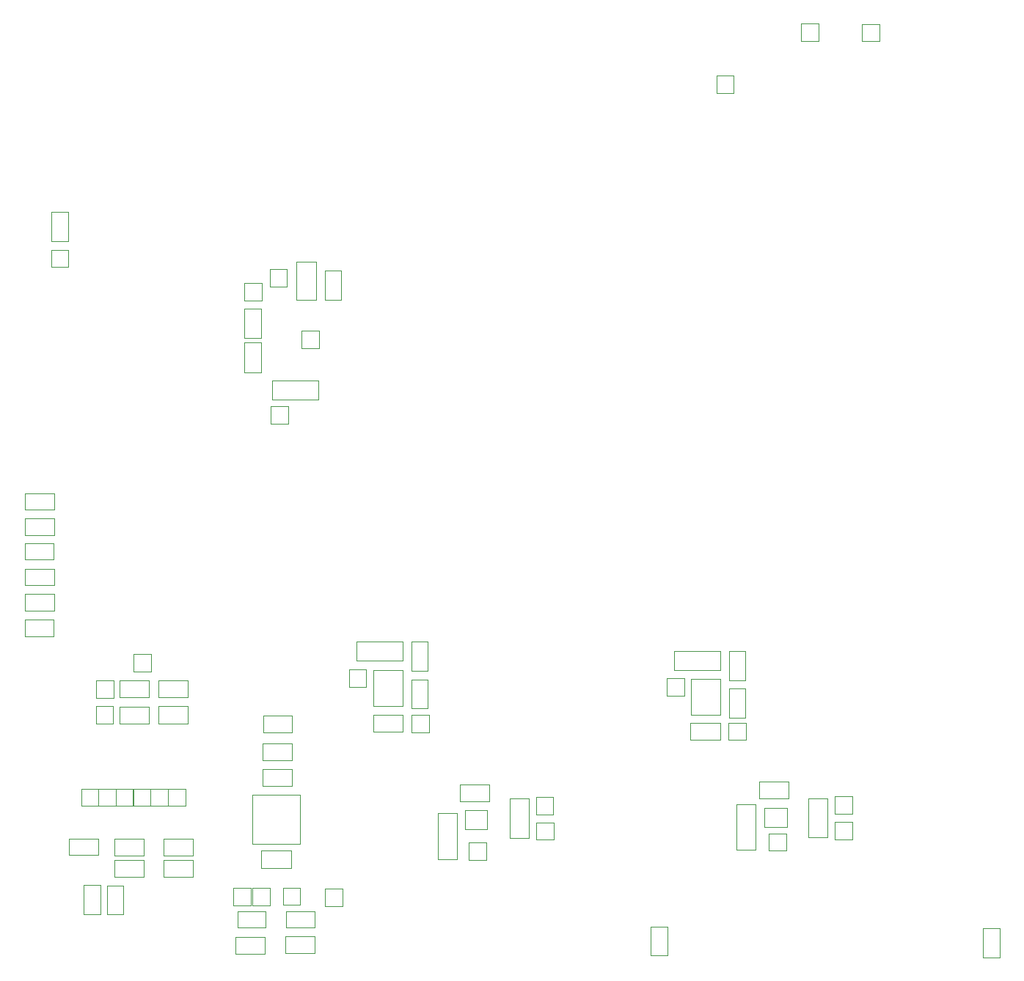
<source format=gbr>
%TF.GenerationSoftware,KiCad,Pcbnew,(6.0.1)*%
%TF.CreationDate,2022-02-04T16:06:47-06:00*%
%TF.ProjectId,MPPT,4d505054-2e6b-4696-9361-645f70636258,1.3.0*%
%TF.SameCoordinates,Original*%
%TF.FileFunction,Other,User*%
%FSLAX46Y46*%
G04 Gerber Fmt 4.6, Leading zero omitted, Abs format (unit mm)*
G04 Created by KiCad (PCBNEW (6.0.1)) date 2022-02-04 16:06:47*
%MOMM*%
%LPD*%
G01*
G04 APERTURE LIST*
%ADD10C,0.050000*%
G04 APERTURE END LIST*
D10*
%TO.C,TP16*%
X110165000Y-135851000D02*
X112165000Y-135851000D01*
X112165000Y-133851000D02*
X110165000Y-133851000D01*
X110165000Y-135851000D02*
X110165000Y-133851000D01*
X112165000Y-133851000D02*
X112165000Y-135851000D01*
%TO.C,U6*%
X75081666Y-133336000D02*
X75081666Y-131136000D01*
X77681666Y-131136000D02*
X75081666Y-131136000D01*
X75081666Y-133336000D02*
X77681666Y-133336000D01*
X77681666Y-131136000D02*
X77681666Y-133336000D01*
%TO.C,D2*%
X52830000Y-81580000D02*
X52830000Y-83780000D01*
X52830000Y-83780000D02*
X58130000Y-83780000D01*
X58130000Y-83780000D02*
X58130000Y-81580000D01*
X58130000Y-81580000D02*
X52830000Y-81580000D01*
%TO.C,R10*%
X68915000Y-116075000D02*
X68915000Y-119435000D01*
X68915000Y-119435000D02*
X70815000Y-119435000D01*
X70815000Y-119435000D02*
X70815000Y-116075000D01*
X70815000Y-116075000D02*
X68915000Y-116075000D01*
%TO.C,C19*%
X43690000Y-136925000D02*
X40290000Y-136925000D01*
X40290000Y-138885000D02*
X43690000Y-138885000D01*
X43690000Y-138885000D02*
X43690000Y-136925000D01*
X40290000Y-136925000D02*
X40290000Y-138885000D01*
%TO.C,TP17*%
X85325000Y-132576000D02*
X85325000Y-134576000D01*
X83325000Y-134576000D02*
X83325000Y-132576000D01*
X85325000Y-132576000D02*
X83325000Y-132576000D01*
X83325000Y-134576000D02*
X85325000Y-134576000D01*
%TO.C,R6*%
X114720000Y-129770000D02*
X114720000Y-134330000D01*
X116960000Y-129770000D02*
X114720000Y-129770000D01*
X114720000Y-134330000D02*
X116960000Y-134330000D01*
X116960000Y-134330000D02*
X116960000Y-129770000D01*
%TO.C,TP26*%
X40815000Y-130670000D02*
X42815000Y-130670000D01*
X42815000Y-128670000D02*
X40815000Y-128670000D01*
X42815000Y-128670000D02*
X42815000Y-130670000D01*
X40815000Y-130670000D02*
X40815000Y-128670000D01*
%TO.C,C14*%
X43080000Y-118095000D02*
X43080000Y-116135000D01*
X39680000Y-118095000D02*
X43080000Y-118095000D01*
X39680000Y-116135000D02*
X39680000Y-118095000D01*
X43080000Y-116135000D02*
X39680000Y-116135000D01*
%TO.C,C15*%
X43085000Y-121135000D02*
X43085000Y-119175000D01*
X39685000Y-121135000D02*
X43085000Y-121135000D01*
X43085000Y-119175000D02*
X39685000Y-119175000D01*
X39685000Y-119175000D02*
X39685000Y-121135000D01*
%TO.C,R9*%
X105570000Y-112776250D02*
X105570000Y-116136250D01*
X107470000Y-116136250D02*
X107470000Y-112776250D01*
X105570000Y-116136250D02*
X107470000Y-116136250D01*
X107470000Y-112776250D02*
X105570000Y-112776250D01*
%TO.C,TP5*%
X60930000Y-140220000D02*
X60930000Y-142220000D01*
X60930000Y-140220000D02*
X58930000Y-140220000D01*
X58930000Y-142220000D02*
X58930000Y-140220000D01*
X58930000Y-142220000D02*
X60930000Y-142220000D01*
%TO.C,R3*%
X55142500Y-120245000D02*
X51782500Y-120245000D01*
X51782500Y-120245000D02*
X51782500Y-122145000D01*
X55142500Y-122145000D02*
X55142500Y-120245000D01*
X51782500Y-122145000D02*
X55142500Y-122145000D01*
%TO.C,C11*%
X77895000Y-128161000D02*
X74495000Y-128161000D01*
X77895000Y-130121000D02*
X77895000Y-128161000D01*
X74495000Y-130121000D02*
X77895000Y-130121000D01*
X74495000Y-128161000D02*
X74495000Y-130121000D01*
%TO.C,C7*%
X55130000Y-128370000D02*
X55130000Y-126410000D01*
X51730000Y-126410000D02*
X51730000Y-128370000D01*
X51730000Y-128370000D02*
X55130000Y-128370000D01*
X55130000Y-126410000D02*
X51730000Y-126410000D01*
%TO.C,TP18*%
X85290000Y-129636000D02*
X85290000Y-131636000D01*
X85290000Y-129636000D02*
X83290000Y-129636000D01*
X83290000Y-131636000D02*
X83290000Y-129636000D01*
X83290000Y-131636000D02*
X85290000Y-131636000D01*
%TO.C,TP31*%
X32790000Y-128670000D02*
X32790000Y-130670000D01*
X30790000Y-130670000D02*
X32790000Y-130670000D01*
X30790000Y-130670000D02*
X30790000Y-128670000D01*
X32790000Y-128670000D02*
X30790000Y-128670000D01*
%TO.C,TP23*%
X63710000Y-116940000D02*
X61710000Y-116940000D01*
X63710000Y-116940000D02*
X63710000Y-114940000D01*
X61710000Y-114940000D02*
X61710000Y-116940000D01*
X61710000Y-114940000D02*
X63710000Y-114940000D01*
%TO.C,D10*%
X67895000Y-111710000D02*
X62595000Y-111710000D01*
X67895000Y-113910000D02*
X67895000Y-111710000D01*
X62595000Y-113910000D02*
X67895000Y-113910000D01*
X62595000Y-111710000D02*
X62595000Y-113910000D01*
%TO.C,TP19*%
X77546666Y-134926000D02*
X77546666Y-136926000D01*
X75546666Y-136926000D02*
X77546666Y-136926000D01*
X77546666Y-134926000D02*
X75546666Y-134926000D01*
X75546666Y-136926000D02*
X75546666Y-134926000D01*
%TO.C,D8*%
X72010000Y-136841000D02*
X74210000Y-136841000D01*
X72010000Y-131541000D02*
X72010000Y-136841000D01*
X74210000Y-136841000D02*
X74210000Y-131541000D01*
X74210000Y-131541000D02*
X72010000Y-131541000D01*
%TO.C,R14*%
X31100000Y-139832500D02*
X31100000Y-143192500D01*
X33000000Y-143192500D02*
X33000000Y-139832500D01*
X33000000Y-139832500D02*
X31100000Y-139832500D01*
X31100000Y-143192500D02*
X33000000Y-143192500D01*
%TO.C,TP1*%
X50557500Y-142145000D02*
X52557500Y-142145000D01*
X50557500Y-142145000D02*
X50557500Y-140145000D01*
X52557500Y-140145000D02*
X50557500Y-140145000D01*
X52557500Y-140145000D02*
X52557500Y-142145000D01*
%TO.C,C18*%
X43705000Y-136415000D02*
X43705000Y-134455000D01*
X43705000Y-134455000D02*
X40305000Y-134455000D01*
X40305000Y-136415000D02*
X43705000Y-136415000D01*
X40305000Y-134455000D02*
X40305000Y-136415000D01*
%TO.C,C20*%
X34600000Y-138895000D02*
X38000000Y-138895000D01*
X38000000Y-138895000D02*
X38000000Y-136935000D01*
X34600000Y-136935000D02*
X34600000Y-138895000D01*
X38000000Y-136935000D02*
X34600000Y-136935000D01*
%TO.C,C6*%
X55005000Y-135850000D02*
X51605000Y-135850000D01*
X51605000Y-135850000D02*
X51605000Y-137810000D01*
X55005000Y-137810000D02*
X55005000Y-135850000D01*
X51605000Y-137810000D02*
X55005000Y-137810000D01*
%TO.C,TP7*%
X54665000Y-86550000D02*
X54665000Y-84550000D01*
X52665000Y-84550000D02*
X52665000Y-86550000D01*
X52665000Y-84550000D02*
X54665000Y-84550000D01*
X54665000Y-86550000D02*
X52665000Y-86550000D01*
%TO.C,TP25*%
X32535000Y-118200000D02*
X32535000Y-116200000D01*
X34535000Y-116200000D02*
X32535000Y-116200000D01*
X32535000Y-118200000D02*
X34535000Y-118200000D01*
X34535000Y-116200000D02*
X34535000Y-118200000D01*
%TO.C,C2*%
X57727500Y-147710000D02*
X57727500Y-145750000D01*
X57727500Y-145750000D02*
X54327500Y-145750000D01*
X54327500Y-147710000D02*
X57727500Y-147710000D01*
X54327500Y-145750000D02*
X54327500Y-147710000D01*
%TO.C,U8*%
X64495000Y-115027382D02*
X67895000Y-115027382D01*
X67895000Y-115027382D02*
X67895000Y-119127382D01*
X64495000Y-119127382D02*
X64495000Y-115027382D01*
X67895000Y-119127382D02*
X64495000Y-119127382D01*
%TO.C,TP27*%
X36795000Y-130665000D02*
X38795000Y-130665000D01*
X38795000Y-128665000D02*
X38795000Y-130665000D01*
X38795000Y-128665000D02*
X36795000Y-128665000D01*
X36795000Y-130665000D02*
X36795000Y-128665000D01*
%TO.C,R12*%
X29410000Y-136365000D02*
X32770000Y-136365000D01*
X32770000Y-134465000D02*
X29410000Y-134465000D01*
X32770000Y-136365000D02*
X32770000Y-134465000D01*
X29410000Y-134465000D02*
X29410000Y-136365000D01*
%TO.C,R11*%
X68900000Y-111720000D02*
X68900000Y-115080000D01*
X70800000Y-115080000D02*
X70800000Y-111720000D01*
X68900000Y-115080000D02*
X70800000Y-115080000D01*
X70800000Y-111720000D02*
X68900000Y-111720000D01*
%TO.C,TP24*%
X32505000Y-121180000D02*
X32505000Y-119180000D01*
X32505000Y-121180000D02*
X34505000Y-121180000D01*
X34505000Y-119180000D02*
X32505000Y-119180000D01*
X34505000Y-119180000D02*
X34505000Y-121180000D01*
%TO.C,D7*%
X108665000Y-135746000D02*
X108665000Y-130446000D01*
X106465000Y-130446000D02*
X106465000Y-135746000D01*
X106465000Y-135746000D02*
X108665000Y-135746000D01*
X108665000Y-130446000D02*
X106465000Y-130446000D01*
%TO.C,D3*%
X55610000Y-72265000D02*
X57910000Y-72265000D01*
X57910000Y-72265000D02*
X57910000Y-67865000D01*
X55610000Y-67865000D02*
X57910000Y-67865000D01*
X55610000Y-67865000D02*
X55610000Y-72265000D01*
%TO.C,L1*%
X56060000Y-135015000D02*
X50560000Y-135015000D01*
X50560000Y-129415000D02*
X56060000Y-129415000D01*
X50560000Y-135015000D02*
X50560000Y-129415000D01*
X56060000Y-129415000D02*
X56060000Y-135015000D01*
%TO.C,TP22*%
X70955000Y-122192500D02*
X68955000Y-122192500D01*
X68955000Y-120192500D02*
X68955000Y-122192500D01*
X70955000Y-122192500D02*
X70955000Y-120192500D01*
X68955000Y-120192500D02*
X70955000Y-120192500D01*
%TO.C,R16*%
X96565000Y-147967500D02*
X98465000Y-147967500D01*
X96565000Y-144607500D02*
X96565000Y-147967500D01*
X98465000Y-144607500D02*
X96565000Y-144607500D01*
X98465000Y-147967500D02*
X98465000Y-144607500D01*
%TO.C,R8*%
X105565000Y-117111250D02*
X105565000Y-120471250D01*
X105565000Y-120471250D02*
X107465000Y-120471250D01*
X107465000Y-117111250D02*
X105565000Y-117111250D01*
X107465000Y-120471250D02*
X107465000Y-117111250D01*
%TO.C,C4*%
X51610000Y-77180000D02*
X49650000Y-77180000D01*
X49650000Y-77180000D02*
X49650000Y-80580000D01*
X51610000Y-80580000D02*
X51610000Y-77180000D01*
X49650000Y-80580000D02*
X51610000Y-80580000D01*
%TO.C,TP30*%
X34785000Y-128670000D02*
X34785000Y-130670000D01*
X32785000Y-130670000D02*
X32785000Y-128670000D01*
X34785000Y-128670000D02*
X32785000Y-128670000D01*
X32785000Y-130670000D02*
X34785000Y-130670000D01*
%TO.C,TP8*%
X58245000Y-77820000D02*
X58245000Y-75820000D01*
X56245000Y-75820000D02*
X58245000Y-75820000D01*
X56245000Y-75820000D02*
X56245000Y-77820000D01*
X58245000Y-77820000D02*
X56245000Y-77820000D01*
%TO.C,C12*%
X104535000Y-121103750D02*
X101135000Y-121103750D01*
X104535000Y-123063750D02*
X104535000Y-121103750D01*
X101135000Y-123063750D02*
X104535000Y-123063750D01*
X101135000Y-121103750D02*
X101135000Y-123063750D01*
%TO.C,TP29*%
X38805000Y-130670000D02*
X40805000Y-130670000D01*
X40805000Y-128670000D02*
X40805000Y-130670000D01*
X40805000Y-128670000D02*
X38805000Y-128670000D01*
X38805000Y-130670000D02*
X38805000Y-128670000D01*
%TO.C,R13*%
X35690000Y-143207500D02*
X35690000Y-139847500D01*
X35690000Y-139847500D02*
X33790000Y-139847500D01*
X33790000Y-139847500D02*
X33790000Y-143207500D01*
X33790000Y-143207500D02*
X35690000Y-143207500D01*
%TO.C,C8*%
X55120000Y-123455000D02*
X51720000Y-123455000D01*
X51720000Y-125415000D02*
X55120000Y-125415000D01*
X51720000Y-123455000D02*
X51720000Y-125415000D01*
X55120000Y-125415000D02*
X55120000Y-123455000D01*
%TO.C,R17*%
X24295000Y-94560000D02*
X24295000Y-96460000D01*
X24295000Y-96460000D02*
X27655000Y-96460000D01*
X27655000Y-94560000D02*
X24295000Y-94560000D01*
X27655000Y-96460000D02*
X27655000Y-94560000D01*
%TO.C,TP4*%
X36870000Y-115145000D02*
X38870000Y-115145000D01*
X36870000Y-115145000D02*
X36870000Y-113145000D01*
X38870000Y-113145000D02*
X36870000Y-113145000D01*
X38870000Y-113145000D02*
X38870000Y-115145000D01*
%TO.C,R15*%
X136820000Y-148166500D02*
X136820000Y-144806500D01*
X134920000Y-148166500D02*
X136820000Y-148166500D01*
X136820000Y-144806500D02*
X134920000Y-144806500D01*
X134920000Y-144806500D02*
X134920000Y-148166500D01*
%TO.C,R1*%
X57780000Y-144725000D02*
X57780000Y-142825000D01*
X54420000Y-144725000D02*
X57780000Y-144725000D01*
X57780000Y-142825000D02*
X54420000Y-142825000D01*
X54420000Y-142825000D02*
X54420000Y-144725000D01*
%TO.C,TP21*%
X98420000Y-117943750D02*
X98420000Y-115943750D01*
X100420000Y-115943750D02*
X100420000Y-117943750D01*
X100420000Y-115943750D02*
X98420000Y-115943750D01*
X98420000Y-117943750D02*
X100420000Y-117943750D01*
%TO.C,TP2*%
X50350000Y-140170000D02*
X50350000Y-142170000D01*
X48350000Y-142170000D02*
X50350000Y-142170000D01*
X50350000Y-140170000D02*
X48350000Y-140170000D01*
X48350000Y-142170000D02*
X48350000Y-140170000D01*
%TO.C,C13*%
X67890000Y-120165000D02*
X64490000Y-120165000D01*
X64490000Y-120165000D02*
X64490000Y-122125000D01*
X67890000Y-122125000D02*
X67890000Y-120165000D01*
X64490000Y-122125000D02*
X67890000Y-122125000D01*
%TO.C,U7*%
X101145000Y-116038750D02*
X104545000Y-116038750D01*
X104545000Y-116038750D02*
X104545000Y-120138750D01*
X104545000Y-120138750D02*
X101145000Y-120138750D01*
X101145000Y-120138750D02*
X101145000Y-116038750D01*
%TO.C,C16*%
X35230000Y-116175000D02*
X35230000Y-118135000D01*
X38630000Y-118135000D02*
X38630000Y-116175000D01*
X38630000Y-116175000D02*
X35230000Y-116175000D01*
X35230000Y-118135000D02*
X38630000Y-118135000D01*
%TO.C,TP12*%
X113880000Y-42345000D02*
X115880000Y-42345000D01*
X115880000Y-40345000D02*
X115880000Y-42345000D01*
X115880000Y-40345000D02*
X113880000Y-40345000D01*
X113880000Y-42345000D02*
X113880000Y-40345000D01*
%TO.C,TP13*%
X122900000Y-40370000D02*
X120900000Y-40370000D01*
X120900000Y-42370000D02*
X122900000Y-42370000D01*
X120900000Y-42370000D02*
X120900000Y-40370000D01*
X122900000Y-40370000D02*
X122900000Y-42370000D01*
%TO.C,C1*%
X48612500Y-145785000D02*
X48612500Y-147745000D01*
X52012500Y-147745000D02*
X52012500Y-145785000D01*
X52012500Y-145785000D02*
X48612500Y-145785000D01*
X48612500Y-147745000D02*
X52012500Y-147745000D01*
%TO.C,TP9*%
X51625000Y-72295000D02*
X49625000Y-72295000D01*
X49625000Y-70295000D02*
X49625000Y-72295000D01*
X51625000Y-72295000D02*
X51625000Y-70295000D01*
X49625000Y-70295000D02*
X51625000Y-70295000D01*
%TO.C,TP11*%
X104130000Y-48320000D02*
X106130000Y-48320000D01*
X106130000Y-46320000D02*
X106130000Y-48320000D01*
X106130000Y-46320000D02*
X104130000Y-46320000D01*
X104130000Y-48320000D02*
X104130000Y-46320000D01*
%TO.C,TP6*%
X54077500Y-142125000D02*
X54077500Y-140125000D01*
X56077500Y-140125000D02*
X54077500Y-140125000D01*
X56077500Y-140125000D02*
X56077500Y-142125000D01*
X54077500Y-142125000D02*
X56077500Y-142125000D01*
%TO.C,C17*%
X38625000Y-119195000D02*
X35225000Y-119195000D01*
X35225000Y-119195000D02*
X35225000Y-121155000D01*
X38625000Y-121155000D02*
X38625000Y-119195000D01*
X35225000Y-121155000D02*
X38625000Y-121155000D01*
%TO.C,R21*%
X24295000Y-108090000D02*
X27655000Y-108090000D01*
X27655000Y-106190000D02*
X24295000Y-106190000D01*
X24295000Y-106190000D02*
X24295000Y-108090000D01*
X27655000Y-108090000D02*
X27655000Y-106190000D01*
%TO.C,TP15*%
X119775000Y-132511000D02*
X119775000Y-134511000D01*
X119775000Y-132511000D02*
X117775000Y-132511000D01*
X117775000Y-134511000D02*
X119775000Y-134511000D01*
X117775000Y-134511000D02*
X117775000Y-132511000D01*
%TO.C,C21*%
X34600000Y-136405000D02*
X38000000Y-136405000D01*
X34600000Y-134445000D02*
X34600000Y-136405000D01*
X38000000Y-134445000D02*
X34600000Y-134445000D01*
X38000000Y-136405000D02*
X38000000Y-134445000D01*
%TO.C,TP20*%
X107505000Y-121068750D02*
X105505000Y-121068750D01*
X107505000Y-121068750D02*
X107505000Y-123068750D01*
X105505000Y-123068750D02*
X105505000Y-121068750D01*
X105505000Y-123068750D02*
X107505000Y-123068750D01*
%TO.C,U5*%
X112275000Y-130891000D02*
X112275000Y-133091000D01*
X112275000Y-130891000D02*
X109675000Y-130891000D01*
X109675000Y-133091000D02*
X112275000Y-133091000D01*
X109675000Y-133091000D02*
X109675000Y-130891000D01*
%TO.C,D1*%
X52047500Y-144745000D02*
X48847500Y-144745000D01*
X48847500Y-142845000D02*
X48847500Y-144745000D01*
X52047500Y-142845000D02*
X52047500Y-144745000D01*
X52047500Y-142845000D02*
X48847500Y-142845000D01*
%TO.C,R22*%
X24267500Y-102245000D02*
X27627500Y-102245000D01*
X27627500Y-100345000D02*
X24267500Y-100345000D01*
X27627500Y-102245000D02*
X27627500Y-100345000D01*
X24267500Y-100345000D02*
X24267500Y-102245000D01*
%TO.C,TP28*%
X36785000Y-128670000D02*
X34785000Y-128670000D01*
X34785000Y-130670000D02*
X36785000Y-130670000D01*
X36785000Y-128670000D02*
X36785000Y-130670000D01*
X34785000Y-130670000D02*
X34785000Y-128670000D01*
%TO.C,TP14*%
X117775000Y-131571000D02*
X117775000Y-129571000D01*
X117775000Y-131571000D02*
X119775000Y-131571000D01*
X119775000Y-129571000D02*
X117775000Y-129571000D01*
X119775000Y-129571000D02*
X119775000Y-131571000D01*
%TO.C,R7*%
X82480000Y-129826000D02*
X80240000Y-129826000D01*
X80240000Y-134386000D02*
X82480000Y-134386000D01*
X82480000Y-134386000D02*
X82480000Y-129826000D01*
X80240000Y-129826000D02*
X80240000Y-134386000D01*
%TO.C,D9*%
X99250000Y-115013750D02*
X104550000Y-115013750D01*
X99250000Y-112813750D02*
X99250000Y-115013750D01*
X104550000Y-115013750D02*
X104550000Y-112813750D01*
X104550000Y-112813750D02*
X99250000Y-112813750D01*
%TO.C,TP3*%
X27325000Y-66440000D02*
X27325000Y-68440000D01*
X27325000Y-66440000D02*
X29325000Y-66440000D01*
X29325000Y-68440000D02*
X27325000Y-68440000D01*
X29325000Y-68440000D02*
X29325000Y-66440000D01*
%TO.C,R20*%
X27647500Y-109180000D02*
X24287500Y-109180000D01*
X24287500Y-111080000D02*
X27647500Y-111080000D01*
X24287500Y-109180000D02*
X24287500Y-111080000D01*
X27647500Y-111080000D02*
X27647500Y-109180000D01*
%TO.C,C10*%
X109080000Y-129846000D02*
X112480000Y-129846000D01*
X112480000Y-127886000D02*
X109080000Y-127886000D01*
X109080000Y-127886000D02*
X109080000Y-129846000D01*
X112480000Y-129846000D02*
X112480000Y-127886000D01*
%TO.C,C5*%
X49630000Y-73215000D02*
X49630000Y-76615000D01*
X51590000Y-73215000D02*
X49630000Y-73215000D01*
X51590000Y-76615000D02*
X51590000Y-73215000D01*
X49630000Y-76615000D02*
X51590000Y-76615000D01*
%TO.C,TP10*%
X52570000Y-68670000D02*
X52570000Y-70670000D01*
X54570000Y-70670000D02*
X52570000Y-70670000D01*
X54570000Y-70670000D02*
X54570000Y-68670000D01*
X52570000Y-68670000D02*
X54570000Y-68670000D01*
%TO.C,R4*%
X60835000Y-68882500D02*
X58935000Y-68882500D01*
X60835000Y-72242500D02*
X60835000Y-68882500D01*
X58935000Y-68882500D02*
X58935000Y-72242500D01*
X58935000Y-72242500D02*
X60835000Y-72242500D01*
%TO.C,R19*%
X27652500Y-105200000D02*
X27652500Y-103300000D01*
X24292500Y-105200000D02*
X27652500Y-105200000D01*
X24292500Y-103300000D02*
X24292500Y-105200000D01*
X27652500Y-103300000D02*
X24292500Y-103300000D01*
%TO.C,C3*%
X29305000Y-65435000D02*
X29305000Y-62035000D01*
X27345000Y-65435000D02*
X29305000Y-65435000D01*
X27345000Y-62035000D02*
X27345000Y-65435000D01*
X29305000Y-62035000D02*
X27345000Y-62035000D01*
%TO.C,R18*%
X24295000Y-97470000D02*
X24295000Y-99370000D01*
X27655000Y-97470000D02*
X24295000Y-97470000D01*
X27655000Y-99370000D02*
X27655000Y-97470000D01*
X24295000Y-99370000D02*
X27655000Y-99370000D01*
%TD*%
M02*

</source>
